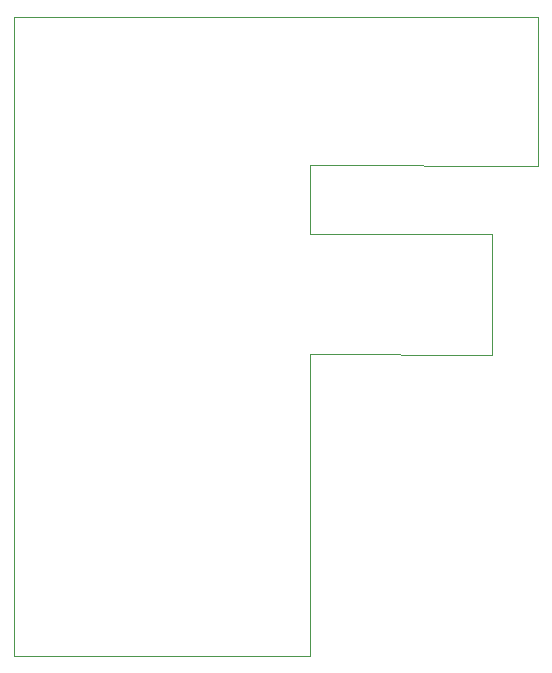
<source format=gbr>
%TF.GenerationSoftware,KiCad,Pcbnew,7.0.10*%
%TF.CreationDate,2025-11-23T12:01:09-06:00*%
%TF.ProjectId,FrankDevBoard,4672616e-6b44-4657-9642-6f6172642e6b,rev?*%
%TF.SameCoordinates,Original*%
%TF.FileFunction,Profile,NP*%
%FSLAX46Y46*%
G04 Gerber Fmt 4.6, Leading zero omitted, Abs format (unit mm)*
G04 Created by KiCad (PCBNEW 7.0.10) date 2025-11-23 12:01:09*
%MOMM*%
%LPD*%
G01*
G04 APERTURE LIST*
%TA.AperFunction,Profile*%
%ADD10C,0.100000*%
%TD*%
G04 APERTURE END LIST*
D10*
X218500000Y-44450000D02*
X174150000Y-44450000D01*
X199200000Y-73000000D02*
X214600000Y-73100000D01*
X199200000Y-62800000D02*
X199200000Y-57000000D01*
X218500000Y-57100000D02*
X218500000Y-44450000D01*
X199200000Y-98600000D02*
X199200000Y-73000000D01*
X214600000Y-73100000D02*
X214600000Y-62800000D01*
X214600000Y-62800000D02*
X199200000Y-62800000D01*
X174100000Y-98600000D02*
X199200000Y-98600000D01*
X174150000Y-44450000D02*
X174100000Y-98600000D01*
X199200000Y-57000000D02*
X218500000Y-57100000D01*
M02*

</source>
